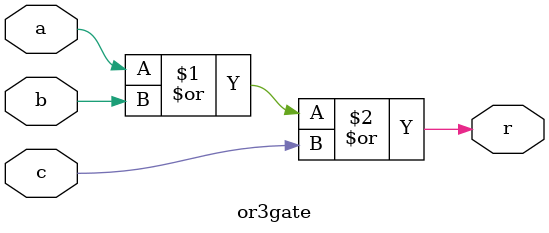
<source format=v>
`timescale 1ps/1ps
module or3gate(a,b,c,r);
  input a,b,c;
  output r;
  
  assign #30 r = a | b | c;
  
endmodule
</source>
